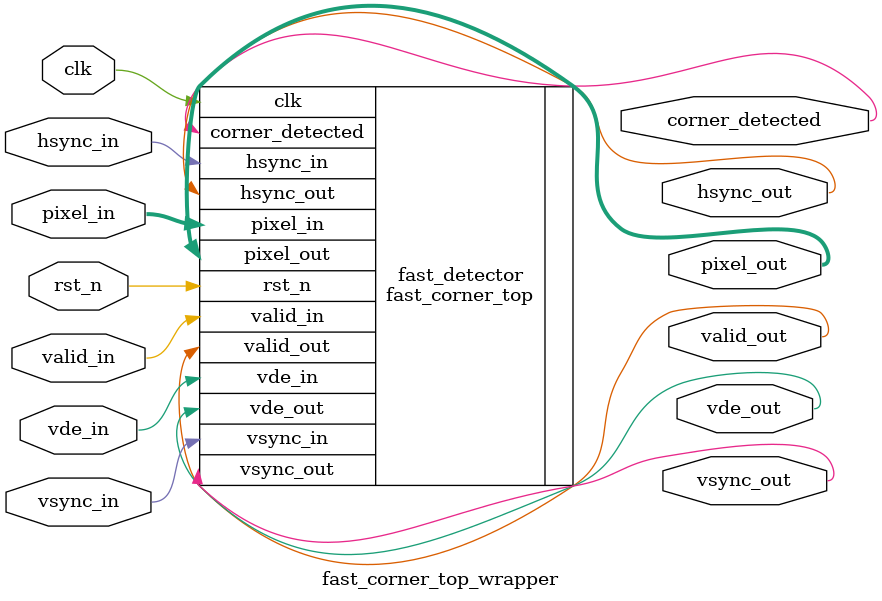
<source format=v>
`timescale 1ns / 1ps


module fast_corner_top_wrapper #(
    parameter WIDTH = 1280,
    parameter THRESHOLD = 20
)(
    input wire clk,
    input wire rst_n,
    input wire [7:0] pixel_in,
    input wire hsync_in,
    input wire vsync_in,
    input wire vde_in,
    input wire valid_in,
    output wire corner_detected,
    output wire valid_out,
    // output logic [55:0] debug_data
    output wire [23:0] pixel_out,
    output wire hsync_out,
    output wire vsync_out,
    output wire vde_out
);

    fast_corner_top #(
        .WIDTH(WIDTH),
        .THRESHOLD(20)
    ) fast_detector (
        .clk(clk),
        .rst_n(rst_n),
        .pixel_in(pixel_in),
        .hsync_in(hsync_in),
        .vsync_in(vsync_in),
        .vde_in(vde_in),
        .valid_in(valid_in),
        .corner_detected(corner_detected),
        .valid_out(valid_out),
        .pixel_out(pixel_out),
        .hsync_out(hsync_out),
        .vsync_out(vsync_out),
        .vde_out(vde_out)
    );
endmodule

</source>
